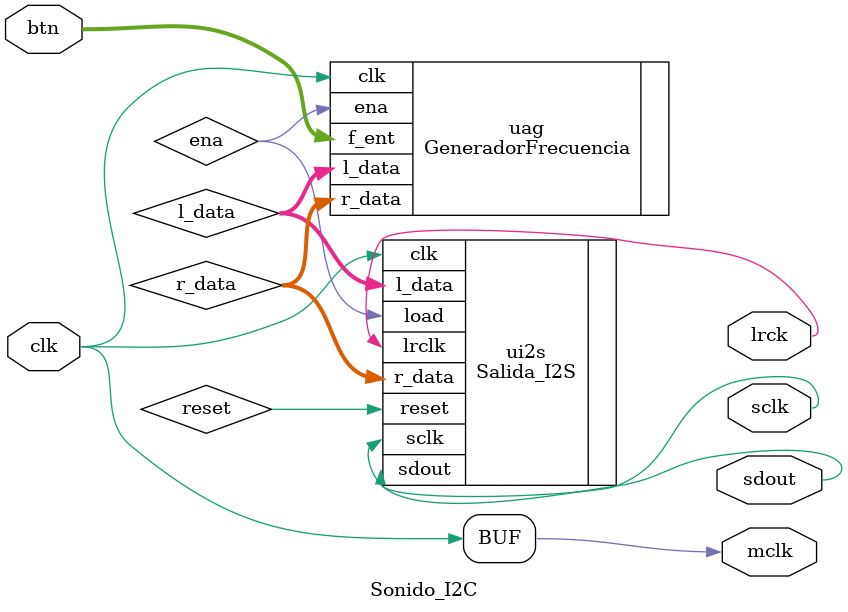
<source format=v>
`timescale 1ns / 1ps
module Sonido_I2C(clk, btn, mclk, sclk, lrck, sdout);
	input clk;			// 16MHz system clock
	input [2:0] btn;	// User capsense buttons
	output mclk;		// Master clock
	output sclk;		// Serial clock
	output lrck;		// Left/Right word clock
	output sdout;		// Audio data
	
	// Sample rate
	wire ena;
	
	// Audio Data Source
	wire signed [23:0] l_data, r_data;
	GeneradorFrecuencia
		uag(.clk(clk), .ena(ena),
			.f_ent(btn),.l_data(l_data), .r_data(r_data));
	
	// I2S serializer
	Salida_I2S
		ui2s(.clk(clk), .reset(reset),
			.l_data(l_data), .r_data(r_data),
			.sdout(sdout), .sclk(sclk), .lrclk(lrck),
			.load(ena));
	
	// Master I2S clock is just system clock
	assign mclk = clk;


endmodule

</source>
